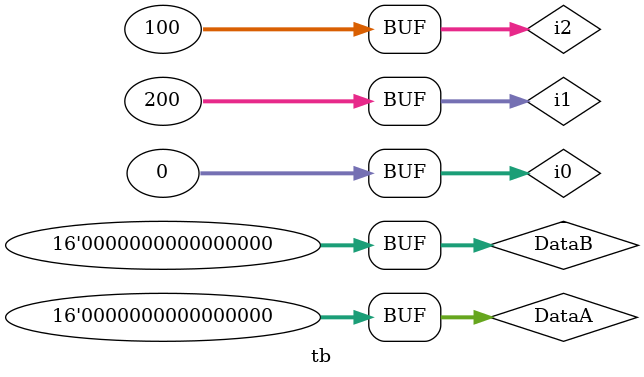
<source format=v>
`timescale 1 ns / 1 ps
module tb;
    reg [15:0] DataA = 16'b0;
    reg [15:0] DataB = 16'b0;
    wire AEQB;

    integer i0 = 0, i1 = 0, i2 = 0;

    GSR GSR_INST (.GSR(1'b1));
    PUR PUR_INST (.PUR(1'b1));

    comp u1 (.DataA(DataA), .DataB(DataB), .AEQB(AEQB)
    );

    initial
    begin
       DataA <= 0;
      for (i1 = 0; i1 < 200; i1 = i1 + 1) begin
        #10;
         DataA <= DataA + 1'b1;
      end
    end
    initial
    begin
       DataB <= 0;
      for (i2 = 0; i2 < 100; i2 = i2 + 1) begin
        #10;
         DataB <= DataB + 1'b1;
      end
    end
endmodule
</source>
